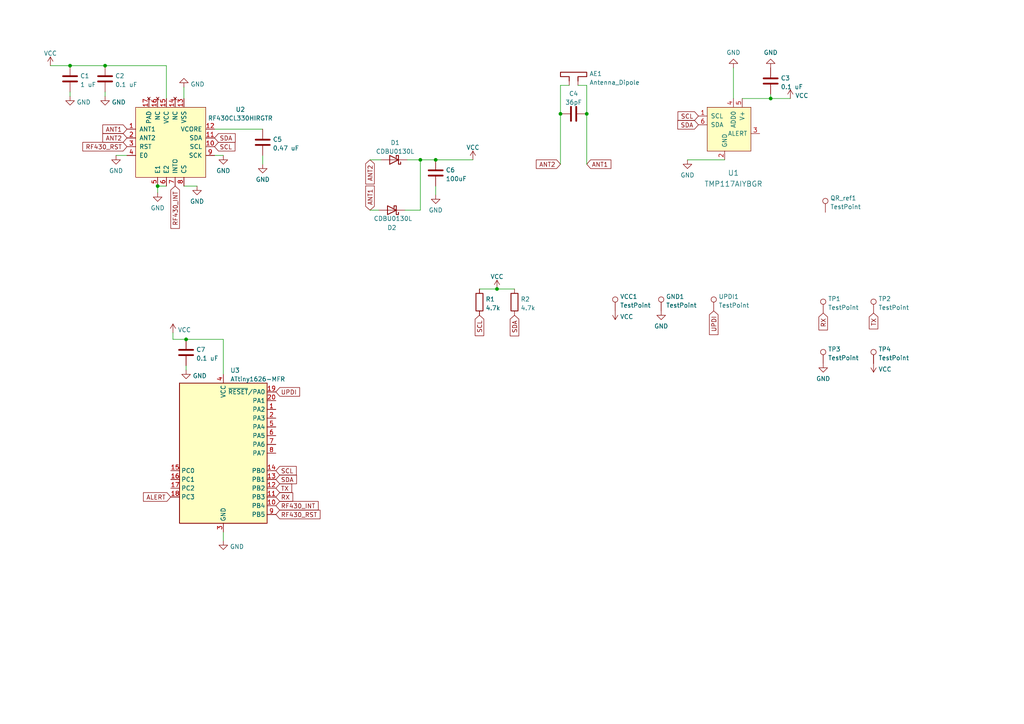
<source format=kicad_sch>
(kicad_sch (version 20211123) (generator eeschema)
  (paper "A4")
  (lib_symbols
    (symbol "Connector:TestPoint" (pin_numbers hide) (pin_names (offset 0.762) hide)
      (property "Reference" "TP" (at 0 6.858 0))
      (property "Value" "TestPoint" (at 0 5.08 0))
      (symbol "TestPoint_0_1"
        (circle (center 0 3.302) (radius 0.762))
      )
      (symbol "TestPoint_1_1"
        (pin passive line (at 0 0 90) (length 2.54) (name "1") (number "1"))
      )
    )
    (symbol "Device:Antenna_Dipole" (pin_numbers hide) (pin_names (offset 1.016) hide)
      (property "Reference" "AE" (at 1.27 1.27 0))
      (property "Value" "Antenna_Dipole" (at 1.27 0 0))
      (symbol "Antenna_Dipole_0_1"
        (polyline (pts (xy 2.54 -3.81) (xy 2.54 -2.54) (xy 5.08 -2.54) (xy 5.08 -1.27) (xy -2.54 -1.27) (xy -2.54 -2.54) (xy 0 -2.54) (xy 0 -3.81)) (stroke (width 0.254)))
      )
      (symbol "Antenna_Dipole_1_1"
        (pin input line (at 0 -5.08 90) (length 2.54) (name "~") (number "1"))
        (pin input line (at 2.54 -5.08 90) (length 2.54) (name "~") (number "2"))
      )
    )
    (symbol "Device:C" (pin_numbers hide) (pin_names (offset 0.254))
      (property "Reference" "C" (at 0.635 2.54 0))
      (property "Value" "C" (at 0.635 -2.54 0))
      (symbol "C_0_1"
        (polyline (pts (xy -2.032 -0.762) (xy 2.032 -0.762)) (stroke (width 0.508)))
        (polyline (pts (xy -2.032 0.762) (xy 2.032 0.762)) (stroke (width 0.508)))
      )
      (symbol "C_1_1"
        (pin passive line (at 0 3.81 270) (length 2.794) (name "~") (number "1"))
        (pin passive line (at 0 -3.81 90) (length 2.794) (name "~") (number "2"))
      )
    )
    (symbol "Device:D_Schottky" (pin_numbers hide) (pin_names (offset 1.016) hide)
      (property "Reference" "D" (at 0 2.54 0))
      (property "Value" "D_Schottky" (at 0 -2.54 0))
      (symbol "D_Schottky_0_1"
        (polyline (pts (xy 1.27 0) (xy -1.27 0)))
        (polyline (pts (xy 1.27 1.27) (xy 1.27 -1.27) (xy -1.27 0) (xy 1.27 1.27)) (stroke (width 0.254)))
        (polyline (pts (xy -1.905 0.635) (xy -1.905 1.27) (xy -1.27 1.27) (xy -1.27 -1.27) (xy -0.635 -1.27) (xy -0.635 -0.635)) (stroke (width 0.254)))
      )
      (symbol "D_Schottky_1_1"
        (pin passive line (at -3.81 0 0) (length 2.54) (name "K") (number "1"))
        (pin passive line (at 3.81 0 180) (length 2.54) (name "A") (number "2"))
      )
    )
    (symbol "Device:R" (pin_numbers hide) (pin_names (offset 0))
      (property "Reference" "R" (at 2.032 0 90))
      (property "Value" "R" (at 0 0 90))
      (symbol "R_0_1"
        (rectangle (start -1.016 -2.54) (end 1.016 2.54) (stroke (width 0.254)))
      )
      (symbol "R_1_1"
        (pin passive line (at 0 3.81 270) (length 1.27) (name "~") (number "1"))
        (pin passive line (at 0 -3.81 90) (length 1.27) (name "~") (number "2"))
      )
    )
    (symbol "MCU_Microchip_ATtiny:ATtiny1626-M"
      (property "Reference" "U" (at -12.7 21.59 0))
      (property "Value" "ATtiny1626-M" (at 2.54 -21.59 0))
      (symbol "ATtiny1626-M_0_1"
        (rectangle (start -12.7 -20.32) (end 12.7 20.32) (stroke (width 0.254)) (fill (type background)))
      )
      (symbol "ATtiny1626-M_1_1"
        (pin bidirectional line (at 15.24 12.7 180) (length 2.54) (name "PA2") (number "1"))
        (pin bidirectional line (at 15.24 -15.24 180) (length 2.54) (name "PB4") (number "10"))
        (pin bidirectional line (at 15.24 -12.7 180) (length 2.54) (name "PB3") (number "11"))
        (pin bidirectional line (at 15.24 -10.16 180) (length 2.54) (name "PB2") (number "12"))
        (pin bidirectional line (at 15.24 -7.62 180) (length 2.54) (name "PB1") (number "13"))
        (pin bidirectional line (at 15.24 -5.08 180) (length 2.54) (name "PB0") (number "14"))
        (pin bidirectional line (at -15.24 -5.08 0) (length 2.54) (name "PC0") (number "15"))
        (pin bidirectional line (at -15.24 -7.62 0) (length 2.54) (name "PC1") (number "16"))
        (pin bidirectional line (at -15.24 -10.16 0) (length 2.54) (name "PC2") (number "17"))
        (pin bidirectional line (at -15.24 -12.7 0) (length 2.54) (name "PC3") (number "18"))
        (pin bidirectional line (at 15.24 17.78 180) (length 2.54) (name "~{RESET}/PA0") (number "19"))
        (pin bidirectional line (at 15.24 10.16 180) (length 2.54) (name "PA3") (number "2"))
        (pin bidirectional line (at 15.24 15.24 180) (length 2.54) (name "PA1") (number "20"))
        (pin passive line (at 0 -22.86 90) (length 2.54) hide (name "GND") (number "21"))
        (pin power_in line (at 0 -22.86 90) (length 2.54) (name "GND") (number "3"))
        (pin power_in line (at 0 22.86 270) (length 2.54) (name "VCC") (number "4"))
        (pin bidirectional line (at 15.24 7.62 180) (length 2.54) (name "PA4") (number "5"))
        (pin bidirectional line (at 15.24 5.08 180) (length 2.54) (name "PA5") (number "6"))
        (pin bidirectional line (at 15.24 2.54 180) (length 2.54) (name "PA6") (number "7"))
        (pin bidirectional line (at 15.24 0 180) (length 2.54) (name "PA7") (number "8"))
        (pin bidirectional line (at 15.24 -17.78 180) (length 2.54) (name "PB5") (number "9"))
      )
    )
    (symbol "dk_Temperature-Sensors-Analog-and-Digital-Output:TMP112AIDRLT" (pin_names (offset 1.016))
      (property "Reference" "U" (at -6.35 8.89 0))
      (property "Value" "TMP112AIDRLT" (at 0 -7.62 0))
      (symbol "TMP112AIDRLT_0_1"
        (rectangle (start -7.62 7.62) (end 5.08 -5.08) (fill (type background)))
      )
      (symbol "TMP112AIDRLT_1_1"
        (pin input line (at -10.16 5.08 0) (length 2.54) (name "SCL") (number "1"))
        (pin power_in line (at -2.54 -7.62 90) (length 2.54) (name "GND") (number "2"))
        (pin output line (at 7.62 0 180) (length 2.54) (name "ALERT") (number "3"))
        (pin power_in line (at 0 10.16 270) (length 2.54) (name "ADD0") (number "4"))
        (pin power_in line (at 2.54 10.16 270) (length 2.54) (name "V+") (number "5"))
        (pin bidirectional line (at -10.16 2.54 0) (length 2.54) (name "SDA") (number "6"))
      )
    )
    (symbol "power:GND" (power) (pin_names (offset 0))
      (property "Value" "GND" (at 0 -3.81 0))
      (symbol "GND_0_1"
        (polyline (pts (xy 0 0) (xy 0 -1.27) (xy 1.27 -1.27) (xy 0 -2.54) (xy -1.27 -1.27) (xy 0 -1.27)))
      )
      (symbol "GND_1_1"
        (pin power_in line (at 0 0 270) (length 0) hide (name "GND") (number "1"))
      )
    )
    (symbol "power:VCC" (power) (pin_names (offset 0))
      (property "Value" "VCC" (at 0 3.81 0))
      (symbol "VCC_0_1"
        (polyline (pts (xy -0.762 1.27) (xy 0 2.54)))
        (polyline (pts (xy 0 0) (xy 0 2.54)))
        (polyline (pts (xy 0 2.54) (xy 0.762 1.27)))
      )
      (symbol "VCC_1_1"
        (pin power_in line (at 0 0 90) (length 0) hide (name "VCC") (number "1"))
      )
    )
    (symbol "unsurv_offline_pcb_symbols:RF430CL330HIRGTR‎" (pin_names (offset 1.016))
      (property "Reference" "U" (at 10.16 15.24 0))
      (property "Value" "RF430CL330HIRGTR‎" (at 19.05 11.43 0))
      (symbol "RF430CL330HIRGTR‎_0_1"
        (rectangle (start 10.16 10.16) (end -10.16 -10.16) (fill (type background)))
      )
      (symbol "RF430CL330HIRGTR‎_1_1"
        (pin input line (at -12.7 3.81 0) (length 2.54) (name "ANT1") (number "1"))
        (pin input line (at 12.7 -1.27 180) (length 2.54) (name "SCL") (number "10"))
        (pin input line (at 12.7 1.27 180) (length 2.54) (name "SDA") (number "11"))
        (pin input line (at 12.7 3.81 180) (length 2.54) (name "VCORE") (number "12"))
        (pin input line (at 3.81 12.7 270) (length 2.54) (name "VSS") (number "13"))
        (pin no_connect line (at 1.27 12.7 270) (length 2.54) (name "NC") (number "14"))
        (pin input line (at -1.27 12.7 270) (length 2.54) (name "VCC") (number "15"))
        (pin no_connect line (at -3.81 12.7 270) (length 2.54) (name "NC") (number "16"))
        (pin no_connect line (at -6.35 12.7 270) (length 2.54) (name "PAD") (number "17"))
        (pin input line (at -12.7 1.27 0) (length 2.54) (name "ANT2") (number "2"))
        (pin input line (at -12.7 -1.27 0) (length 2.54) (name "RST") (number "3"))
        (pin input line (at -12.7 -3.81 0) (length 2.54) (name "E0") (number "4"))
        (pin input line (at -3.81 -12.7 90) (length 2.54) (name "E1") (number "5"))
        (pin input line (at -1.27 -12.7 90) (length 2.54) (name "E2") (number "6"))
        (pin input line (at 1.27 -12.7 90) (length 2.54) (name "INTO") (number "7"))
        (pin input line (at 3.81 -12.7 90) (length 2.54) (name "CS") (number "8"))
        (pin input line (at 12.7 -3.81 180) (length 2.54) (name "SCK") (number "9"))
      )
    )
  )
  (junction (at 126.365 46.355))
  (junction (at 144.145 83.82))
  (junction (at 223.52 28.575))
  (junction (at 20.32 19.05))
  (junction (at 121.92 46.355))
  (junction (at 53.975 98.425))
  (junction (at 162.56 33.02))
  (junction (at 45.72 53.975))
  (junction (at 170.18 33.02))
  (junction (at 30.48 19.05))
  (wire (pts (xy 20.32 26.67) (xy 20.32 27.94)))
  (wire (pts (xy 165.1 24.765) (xy 162.56 24.765)))
  (wire (pts (xy 53.34 25.273) (xy 53.34 28.575)))
  (wire (pts (xy 139.065 83.82) (xy 144.145 83.82)))
  (wire (pts (xy 33.655 45.085) (xy 36.83 45.085)))
  (wire (pts (xy 62.23 45.085) (xy 64.77 45.085)))
  (wire (pts (xy 30.48 19.05) (xy 48.26 19.05)))
  (wire (pts (xy 53.975 106.045) (xy 53.975 107.315)))
  (wire (pts (xy 212.725 19.685) (xy 212.725 28.575)))
  (wire (pts (xy 126.365 53.975) (xy 126.365 56.515)))
  (wire (pts (xy 20.32 19.05) (xy 30.48 19.05)))
  (wire (pts (xy 170.18 33.02) (xy 170.18 24.765)))
  (wire (pts (xy 162.56 33.02) (xy 162.56 47.625)))
  (wire (pts (xy 121.92 60.96) (xy 121.92 46.355)))
  (wire (pts (xy 53.975 98.425) (xy 64.77 98.425)))
  (wire (pts (xy 30.48 26.67) (xy 30.48 27.94)))
  (wire (pts (xy 121.92 46.355) (xy 126.365 46.355)))
  (wire (pts (xy 118.11 46.355) (xy 121.92 46.355)))
  (wire (pts (xy 223.52 27.305) (xy 223.52 28.575)))
  (wire (pts (xy 170.18 24.765) (xy 167.64 24.765)))
  (wire (pts (xy 48.26 19.05) (xy 48.26 28.575)))
  (wire (pts (xy 14.605 19.05) (xy 20.32 19.05)))
  (wire (pts (xy 64.77 98.425) (xy 64.77 108.585)))
  (wire (pts (xy 162.56 24.765) (xy 162.56 33.02)))
  (wire (pts (xy 126.365 46.355) (xy 137.16 46.355)))
  (wire (pts (xy 170.18 33.02) (xy 170.18 47.625)))
  (wire (pts (xy 144.145 83.82) (xy 149.225 83.82)))
  (wire (pts (xy 107.315 46.355) (xy 110.49 46.355)))
  (wire (pts (xy 76.2 45.085) (xy 76.2 47.625)))
  (wire (pts (xy 50.165 96.52) (xy 50.165 98.425)))
  (wire (pts (xy 199.39 46.355) (xy 210.185 46.355)))
  (wire (pts (xy 62.23 37.465) (xy 76.2 37.465)))
  (wire (pts (xy 45.72 53.975) (xy 45.72 55.88)))
  (wire (pts (xy 107.315 60.96) (xy 109.855 60.96)))
  (wire (pts (xy 215.265 28.575) (xy 223.52 28.575)))
  (wire (pts (xy 117.475 60.96) (xy 121.92 60.96)))
  (wire (pts (xy 50.165 98.425) (xy 53.975 98.425)))
  (wire (pts (xy 64.77 154.305) (xy 64.77 156.845)))
  (wire (pts (xy 45.72 53.975) (xy 48.26 53.975)))
  (wire (pts (xy 223.52 28.575) (xy 229.235 28.575)))
  (wire (pts (xy 53.34 53.975) (xy 57.15 53.975)))
  (global_label "UPDI" (shape input) (at 207.01 90.17 270) (property "Intersheet References" "${INTERSHEET_REFS}" (effects hide)))
  (global_label "ANT1" (shape input) (at 107.315 60.96 90) (property "Intersheet References" "${INTERSHEET_REFS}" (effects hide)))
  (global_label "SCL" (shape input) (at 80.01 136.525 0) (property "Intersheet References" "${INTERSHEET_REFS}" (effects hide)))
  (global_label "TX" (shape input) (at 80.01 141.605 0) (property "Intersheet References" "${INTERSHEET_REFS}" (effects hide)))
  (global_label "TX" (shape input) (at 253.365 90.805 270) (property "Intersheet References" "${INTERSHEET_REFS}" (effects hide)))
  (global_label "RF430_INT" (shape input) (at 50.8 53.975 270) (property "Intersheet References" "${INTERSHEET_REFS}" (effects hide)))
  (global_label "SCL" (shape input) (at 62.23 42.545 0) (property "Intersheet References" "${INTERSHEET_REFS}" (effects hide)))
  (global_label "RF430_INT" (shape input) (at 80.01 146.685 0) (property "Intersheet References" "${INTERSHEET_REFS}" (effects hide)))
  (global_label "ALERT" (shape input) (at 49.53 144.145 180) (property "Intersheet References" "${INTERSHEET_REFS}" (effects hide)))
  (global_label "UPDI" (shape input) (at 80.01 113.665 0) (property "Intersheet References" "${INTERSHEET_REFS}" (effects hide)))
  (global_label "RF430_RST" (shape input) (at 36.83 42.545 180) (property "Intersheet References" "${INTERSHEET_REFS}" (effects hide)))
  (global_label "SCL" (shape input) (at 202.565 33.655 180) (property "Intersheet References" "${INTERSHEET_REFS}" (effects hide)))
  (global_label "RF430_RST" (shape input) (at 80.01 149.225 0) (property "Intersheet References" "${INTERSHEET_REFS}" (effects hide)))
  (global_label "ANT2" (shape input) (at 36.83 40.005 180) (property "Intersheet References" "${INTERSHEET_REFS}" (effects hide)))
  (global_label "RX" (shape input) (at 80.01 144.145 0) (property "Intersheet References" "${INTERSHEET_REFS}" (effects hide)))
  (global_label "RX" (shape input) (at 238.76 90.805 270) (property "Intersheet References" "${INTERSHEET_REFS}" (effects hide)))
  (global_label "SDA" (shape input) (at 149.225 91.44 270) (property "Intersheet References" "${INTERSHEET_REFS}" (effects hide)))
  (global_label "ANT2" (shape input) (at 162.56 47.625 180) (property "Intersheet References" "${INTERSHEET_REFS}" (effects hide)))
  (global_label "SDA" (shape input) (at 80.01 139.065 0) (property "Intersheet References" "${INTERSHEET_REFS}" (effects hide)))
  (global_label "SDA" (shape input) (at 62.23 40.005 0) (property "Intersheet References" "${INTERSHEET_REFS}" (effects hide)))
  (global_label "ANT1" (shape input) (at 170.18 47.625 0) (property "Intersheet References" "${INTERSHEET_REFS}" (effects hide)))
  (global_label "SCL" (shape input) (at 139.065 91.44 270) (property "Intersheet References" "${INTERSHEET_REFS}" (effects hide)))
  (global_label "ANT1" (shape input) (at 36.83 37.465 180) (property "Intersheet References" "${INTERSHEET_REFS}" (effects hide)))
  (global_label "ANT2" (shape input) (at 107.315 46.355 270) (property "Intersheet References" "${INTERSHEET_REFS}" (effects hide)))
  (global_label "SDA" (shape input) (at 202.565 36.195 180) (property "Intersheet References" "${INTERSHEET_REFS}" (effects hide)))
  (symbol (lib_id "Device:C") (at 76.2 41.275 0) (unit 1)
    (property "Reference" "C5" (at 79.121 40.4403 0) (effects (justify left)))
    (property "Value" "0.47 uF" (at 79.121 42.9772 0) (effects (justify left)))
    (property "Footprint" "Capacitor_SMD:C_0603_1608Metric" (effects hide))
  )
  (symbol (lib_id "power:GND") (at 45.72 55.88 0) (unit 1)
    (property "Reference" "#PWR014" (effects hide))
    (property "Value" "GND" (at 45.72 60.3234 0))
  )
  (symbol (lib_id "unsurv_offline_pcb_symbols:RF430CL330HIRGTR‎") (at 49.53 41.275 0) (unit 1)
    (property "Reference" "U2" (at 69.7177 31.7585 0))
    (property "Value" "RF430CL330HIRGTR‎" (at 69.7177 34.2954 0))
    (property "Footprint" "unsurv_offline_pcb_footprints:RF430_3x3mm_noBCu" (effects hide))
  )
  (symbol (lib_id "Connector:TestPoint") (at 207.01 90.17 0) (unit 1)
    (property "Reference" "UPDI1" (at 208.407 86.0333 0) (effects (justify left)))
    (property "Value" "TestPoint" (at 208.407 88.5702 0) (effects (justify left)))
    (property "Footprint" "TestPoint:TestPoint_Pad_D1.0mm" (effects hide))
  )
  (symbol (lib_id "power:VCC") (at 253.365 105.41 180) (unit 1)
    (property "Reference" "#PWR021" (effects hide))
    (property "Value" "VCC" (at 254.762 107.1138 0) (effects (justify right)))
  )
  (symbol (lib_id "Device:D_Schottky") (at 113.665 60.96 180) (unit 1)
    (property "Reference" "D2" (at 113.665 66.04 0))
    (property "Value" "CDBU0130L" (at 113.9825 63.3929 0))
    (property "Footprint" "Diode_SMD:D_0603_1608Metric_Pad1.05x0.95mm_HandSolder" (effects hide))
  )
  (symbol (lib_id "Device:D_Schottky") (at 114.3 46.355 180) (unit 1)
    (property "Reference" "D1" (at 114.6175 41.3852 0))
    (property "Value" "CDBU0130L" (at 114.6175 43.9221 0))
    (property "Footprint" "Diode_SMD:D_0603_1608Metric_Pad1.05x0.95mm_HandSolder" (effects hide))
  )
  (symbol (lib_id "Device:C") (at 20.32 22.86 0) (unit 1)
    (property "Reference" "C1" (at 23.241 22.0253 0) (effects (justify left)))
    (property "Value" "1 uF" (at 23.241 24.5622 0) (effects (justify left)))
    (property "Footprint" "Capacitor_SMD:C_0603_1608Metric" (effects hide))
  )
  (symbol (lib_id "Device:C") (at 126.365 50.165 0) (unit 1)
    (property "Reference" "C6" (at 129.286 49.3303 0) (effects (justify left)))
    (property "Value" "100uF" (at 129.286 51.8672 0) (effects (justify left)))
    (property "Footprint" "Capacitor_SMD:C_1206_3216Metric" (effects hide))
  )
  (symbol (lib_id "power:VCC") (at 229.235 28.575 0) (unit 1)
    (property "Reference" "#PWR07" (effects hide))
    (property "Value" "VCC" (at 230.632 27.7388 0) (effects (justify left)))
  )
  (symbol (lib_id "power:GND") (at 191.77 90.17 0) (unit 1)
    (property "Reference" "#PWR018" (effects hide))
    (property "Value" "GND" (at 191.77 94.6134 0))
  )
  (symbol (lib_id "Connector:TestPoint") (at 238.76 90.805 0) (unit 1)
    (property "Reference" "TP1" (at 240.157 86.6683 0) (effects (justify left)))
    (property "Value" "TestPoint" (at 240.157 89.2052 0) (effects (justify left)))
    (property "Footprint" "TestPoint:TestPoint_Pad_D1.0mm" (effects hide))
  )
  (symbol (lib_id "Device:R") (at 149.225 87.63 0) (unit 1)
    (property "Reference" "R2" (at 151.003 86.7953 0) (effects (justify left)))
    (property "Value" "4.7k" (at 151.003 89.3322 0) (effects (justify left)))
    (property "Footprint" "Resistor_SMD:R_0603_1608Metric_Pad0.98x0.95mm_HandSolder" (effects hide))
  )
  (symbol (lib_id "power:VCC") (at 137.16 46.355 0) (unit 1)
    (property "Reference" "#PWR010" (effects hide))
    (property "Value" "VCC" (at 137.16 42.7792 0))
  )
  (symbol (lib_id "Connector:TestPoint") (at 238.76 105.41 0) (unit 1)
    (property "Reference" "TP3" (at 240.157 101.2733 0) (effects (justify left)))
    (property "Value" "TestPoint" (at 240.157 103.8102 0) (effects (justify left)))
    (property "Footprint" "TestPoint:TestPoint_Pad_D1.0mm" (effects hide))
  )
  (symbol (lib_id "Connector:TestPoint") (at 239.395 61.595 0) (unit 1)
    (property "Reference" "QR_ref1" (at 240.792 57.4583 0) (effects (justify left)))
    (property "Value" "TestPoint" (at 240.792 59.9952 0) (effects (justify left)))
    (property "Footprint" "unsurv_offline_pcb_footprints:QR_shop" (effects hide))
  )
  (symbol (lib_id "dk_Temperature-Sensors-Analog-and-Digital-Output:TMP112AIDRLT") (at 212.725 38.735 0) (unit 1)
    (property "Reference" "U1" (at 212.725 50.165 0) (effects (font (size 1.524 1.524))))
    (property "Value" "TMP117AIYBGR" (at 212.725 53.34 0) (effects (font (size 1.524 1.524))))
    (property "Footprint" "unsurv_offline_pcb_footprints:TMP117" (effects hide))
    (property "Datasheet" "http://www.ti.com/general/docs/suppproductinfo.tsp?distId=10&gotoUrl=http%3A%2F%2Fwww.ti.com%2Flit%2Fgpn%2Ftmp112" (effects hide))
    (property "Digi-Key_PN" "296-24621-1-ND" (effects hide))
    (property "MPN" "TMP112AIDRLT" (effects hide))
    (property "Category" "Sensors, Transducers" (effects hide))
    (property "Family" "Temperature Sensors - Analog and Digital Output" (effects hide))
    (property "DK_Datasheet_Link" "http://www.ti.com/general/docs/suppproductinfo.tsp?distId=10&gotoUrl=http%3A%2F%2Fwww.ti.com%2Flit%2Fgpn%2Ftmp112" (effects hide))
    (property "DK_Detail_Page" "/product-detail/en/texas-instruments/TMP112AIDRLT/296-24621-1-ND/2090130" (effects hide))
    (property "Description" "SENSOR DIGITAL -40C-125C SOT563" (effects hide))
    (property "Manufacturer" "Texas Instruments" (effects hide))
    (property "Status" "Active" (effects hide))
  )
  (symbol (lib_id "power:GND") (at 223.52 19.685 180) (unit 1)
    (property "Reference" "#PWR03" (effects hide))
    (property "Value" "GND" (at 223.52 15.2416 0))
  )
  (symbol (lib_id "Connector:TestPoint") (at 191.77 90.17 0) (unit 1)
    (property "Reference" "GND1" (at 193.167 86.0333 0) (effects (justify left)))
    (property "Value" "TestPoint" (at 193.167 88.5702 0) (effects (justify left)))
    (property "Footprint" "TestPoint:TestPoint_Pad_D1.0mm" (effects hide))
  )
  (symbol (lib_id "power:VCC") (at 144.145 83.82 0) (unit 1)
    (property "Reference" "#PWR016" (effects hide))
    (property "Value" "VCC" (at 144.145 80.2442 0))
  )
  (symbol (lib_id "Device:C") (at 223.52 23.495 180) (unit 1)
    (property "Reference" "C3" (at 226.441 22.6603 0) (effects (justify right)))
    (property "Value" "0.1 uF" (at 226.441 25.1972 0) (effects (justify right)))
    (property "Footprint" "Capacitor_SMD:C_0402_1005Metric" (effects hide))
  )
  (symbol (lib_id "power:GND") (at 53.34 25.273 180) (unit 1)
    (property "Reference" "#PWR04" (effects hide))
    (property "Value" "GND" (at 55.245 24.4368 0) (effects (justify right)))
  )
  (symbol (lib_id "power:GND") (at 64.77 45.085 0) (unit 1)
    (property "Reference" "#PWR09" (effects hide))
    (property "Value" "GND" (at 64.77 49.5284 0))
  )
  (symbol (lib_id "power:GND") (at 33.655 45.085 0) (unit 1)
    (property "Reference" "#PWR08" (effects hide))
    (property "Value" "GND" (at 33.655 49.5284 0))
  )
  (symbol (lib_id "Device:R") (at 139.065 87.63 0) (unit 1)
    (property "Reference" "R1" (at 140.843 86.7953 0) (effects (justify left)))
    (property "Value" "4.7k" (at 140.843 89.3322 0) (effects (justify left)))
    (property "Footprint" "Resistor_SMD:R_0603_1608Metric_Pad0.98x0.95mm_HandSolder" (effects hide))
  )
  (symbol (lib_id "Connector:TestPoint") (at 178.435 90.17 0) (unit 1)
    (property "Reference" "VCC1" (at 179.832 86.0333 0) (effects (justify left)))
    (property "Value" "TestPoint" (at 179.832 88.5702 0) (effects (justify left)))
    (property "Footprint" "TestPoint:TestPoint_Pad_D1.0mm" (effects hide))
  )
  (symbol (lib_id "power:GND") (at 199.39 46.355 0) (unit 1)
    (property "Reference" "#PWR011" (effects hide))
    (property "Value" "GND" (at 199.39 50.7984 0))
  )
  (symbol (lib_id "Device:C") (at 53.975 102.235 0) (unit 1)
    (property "Reference" "C7" (at 56.896 101.4003 0) (effects (justify left)))
    (property "Value" "0.1 uF" (at 56.896 103.9372 0) (effects (justify left)))
    (property "Footprint" "Capacitor_SMD:C_0603_1608Metric" (effects hide))
  )
  (symbol (lib_id "power:GND") (at 76.2 47.625 0) (unit 1)
    (property "Reference" "#PWR012" (effects hide))
    (property "Value" "GND" (at 76.2 52.0684 0))
  )
  (symbol (lib_id "Device:C") (at 166.37 33.02 90) (unit 1)
    (property "Reference" "C4" (at 166.37 27.1612 90))
    (property "Value" "36pF" (at 166.37 29.6981 90))
    (property "Footprint" "Capacitor_SMD:C_0402_1005Metric" (effects hide))
  )
  (symbol (lib_id "MCU_Microchip_ATtiny:ATtiny1626-M") (at 64.77 131.445 0) (unit 1)
    (property "Reference" "U3" (at 66.7894 107.4252 0) (effects (justify left)))
    (property "Value" "ATtiny1626-MFR" (at 66.7894 109.9621 0) (effects (justify left)))
    (property "Footprint" "Package_DFN_QFN:VQFN-20-1EP_3x3mm_P0.4mm_EP1.7x1.7mm" (effects hide))
    (property "Datasheet" "https://ww1.microchip.com/downloads/en/DeviceDoc/ATtiny1624-26-27-DataSheet-DS40002234A.pdf" (effects hide))
  )
  (symbol (lib_id "Connector:TestPoint") (at 253.365 90.805 0) (unit 1)
    (property "Reference" "TP2" (at 254.762 86.6683 0) (effects (justify left)))
    (property "Value" "TestPoint" (at 254.762 89.2052 0) (effects (justify left)))
    (property "Footprint" "TestPoint:TestPoint_Pad_D1.0mm" (effects hide))
  )
  (symbol (lib_id "power:VCC") (at 178.435 90.17 180) (unit 1)
    (property "Reference" "#PWR017" (effects hide))
    (property "Value" "VCC" (at 179.832 91.8738 0) (effects (justify right)))
  )
  (symbol (lib_id "Device:Antenna_Dipole") (at 167.64 19.685 0) (mirror y) (unit 1)
    (property "Reference" "AE1" (at 170.942 21.3903 0) (effects (justify right)))
    (property "Value" "Antenna_Dipole" (at 170.942 23.9272 0) (effects (justify right)))
    (property "Footprint" "unsurv_offline_pcb_footprints:35_18_1_9nH" (effects hide))
  )
  (symbol (lib_id "power:GND") (at 238.76 105.41 0) (unit 1)
    (property "Reference" "#PWR020" (effects hide))
    (property "Value" "GND" (at 238.76 109.8534 0))
  )
  (symbol (lib_id "power:GND") (at 57.15 53.975 0) (unit 1)
    (property "Reference" "#PWR013" (effects hide))
    (property "Value" "GND" (at 57.15 58.4184 0))
  )
  (symbol (lib_id "power:GND") (at 126.365 56.515 0) (unit 1)
    (property "Reference" "#PWR015" (effects hide))
    (property "Value" "GND" (at 126.365 60.9584 0))
  )
  (symbol (lib_id "power:GND") (at 20.32 27.94 0) (unit 1)
    (property "Reference" "#PWR05" (effects hide))
    (property "Value" "GND" (at 22.225 29.6438 0) (effects (justify left)))
  )
  (symbol (lib_id "Device:C") (at 30.48 22.86 0) (unit 1)
    (property "Reference" "C2" (at 33.401 22.0253 0) (effects (justify left)))
    (property "Value" "0.1 uF" (at 33.401 24.5622 0) (effects (justify left)))
    (property "Footprint" "Capacitor_SMD:C_0603_1608Metric" (effects hide))
  )
  (symbol (lib_id "power:GND") (at 64.77 156.845 0) (unit 1)
    (property "Reference" "#PWR023" (effects hide))
    (property "Value" "GND" (at 66.675 158.5488 0) (effects (justify left)))
  )
  (symbol (lib_id "power:GND") (at 30.48 27.94 0) (unit 1)
    (property "Reference" "#PWR06" (effects hide))
    (property "Value" "GND" (at 32.385 29.6438 0) (effects (justify left)))
  )
  (symbol (lib_id "power:GND") (at 53.975 107.315 0) (unit 1)
    (property "Reference" "#PWR022" (effects hide))
    (property "Value" "GND" (at 55.88 109.0188 0) (effects (justify left)))
  )
  (symbol (lib_id "Connector:TestPoint") (at 253.365 105.41 0) (unit 1)
    (property "Reference" "TP4" (at 254.762 101.2733 0) (effects (justify left)))
    (property "Value" "TestPoint" (at 254.762 103.8102 0) (effects (justify left)))
    (property "Footprint" "TestPoint:TestPoint_Pad_D1.0mm" (effects hide))
  )
  (symbol (lib_id "power:VCC") (at 50.165 96.52 0) (unit 1)
    (property "Reference" "#PWR019" (effects hide))
    (property "Value" "VCC" (at 51.562 95.6838 0) (effects (justify left)))
  )
  (symbol (lib_id "power:GND") (at 212.725 19.685 180) (unit 1)
    (property "Reference" "#PWR02" (effects hide))
    (property "Value" "GND" (at 212.725 15.2416 0))
  )
  (symbol (lib_id "power:VCC") (at 14.605 19.05 0) (unit 1)
    (property "Reference" "#PWR01" (effects hide))
    (property "Value" "VCC" (at 14.605 15.4742 0))
  )
)
</source>
